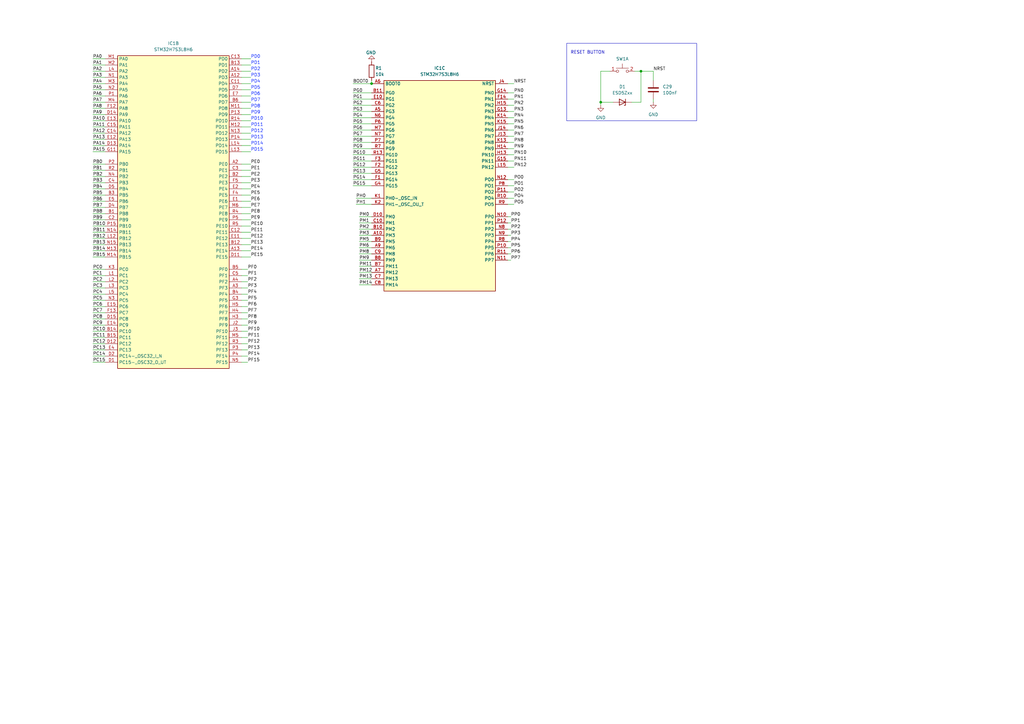
<source format=kicad_sch>
(kicad_sch (version 20231120) (generator "eeschema") (generator_version "8.0")
  (paper "A3")
  (lib_symbols
    (symbol "Device:C" (pin_numbers hide) (pin_names (offset 0.254))
      (property "Reference" "C" (at 0.635 2.54 0))
      (property "Value" "C" (at 0.635 -2.54 0))
      (symbol "C_1_1"
        (pin passive line (at 0 3.81 270) (length 2.794) (name "~") (number "1"))
        (pin passive line (at 0 -3.81 90) (length 2.794) (name "~") (number "2"))
      )
    )
    (symbol "Device:R" (pin_numbers hide) (pin_names (offset 0))
      (property "Reference" "R" (at 2.032 0 90))
      (property "Value" "R" (at 0 0 90))
      (symbol "R_1_1"
        (pin passive line (at 0 3.81 270) (length 1.27) (name "~") (number "1"))
        (pin passive line (at 0 -3.81 90) (length 1.27) (name "~") (number "2"))
      )
    )
    (symbol "Diode:ESD5Zxx" (pin_numbers hide) (pin_names hide)
      (property "Reference" "D" (at 0 2.54 0))
      (property "Value" "ESD5Zxx" (at 0 -2.54 0))
      (symbol "ESD5Zxx_1_1"
        (pin passive line (at -3.81 0 0) (length 2.54) (name "K") (number "1"))
        (pin passive line (at 3.81 0 180) (length 2.54) (name "A") (number "2"))
      )
    )
    (symbol "MCUdivisions:STM32H7S3L8H6"
      (property "Reference" "IC" (at 17.272 7.874 0))
      (property "Value" "STM32H7S3L8H6" (at 17.272 5.334 0))
      (symbol "STM32H7S3L8H6_1_1"
        (pin passive line (at 0 0 0) (length 5.08) (name "VSS_1") (number "A1"))
        (pin passive line (at 0 -5.08 0) (length 5.08) (name "VSS_3") (number "A11"))
        (pin passive line (at 0 -7.62 0) (length 5.08) (name "VSS_4") (number "A15"))
        (pin passive line (at 0 -2.54 0) (length 5.08) (name "VSS_2") (number "A8"))
        (pin passive line (at 0 -90.17 0) (length 5.08) (name "VBAT") (number "C1"))
        (pin passive line (at 0 -10.16 0) (length 5.08) (name "VSS_5") (number "D3"))
        (pin passive line (at 0 -12.7 0) (length 5.08) (name "VSS_6") (number "D6"))
        (pin passive line (at 0 -92.71 0) (length 5.08) (name "DVDD") (number "D8"))
        (pin passive line (at 0 -97.79 0) (length 5.08) (name "VDD50US_B") (number "D9"))
        (pin passive line (at 0 -15.24 0) (length 5.08) (name "VSS_7") (number "E3"))
        (pin passive line (at 55.88 -88.9 180) (length 5.08) (name "VCAP4") (number "E6"))
        (pin passive line (at 0 -100.33 0) (length 5.08) (name "VSSUSB") (number "E8"))
        (pin passive line (at 0 -17.78 0) (length 5.08) (name "VSS_8") (number "E9"))
        (pin passive line (at 55.88 -48.26 180) (length 5.08) (name "VDD_3") (number "F10"))
        (pin passive line (at 55.88 -86.36 180) (length 5.08) (name "VCAP3") (number "F11"))
        (pin passive line (at 0 -22.86 0) (length 5.08) (name "VSS_10") (number "F15"))
        (pin passive line (at 0 -20.32 0) (length 5.08) (name "VSS_9") (number "F6"))
        (pin passive line (at 55.88 -43.18 180) (length 5.08) (name "VDD_1") (number "F7"))
        (pin passive line (at 0 -102.87 0) (length 5.08) (name "VDD33US_B") (number "F8"))
        (pin passive line (at 55.88 -45.72 180) (length 5.08) (name "VDD_2") (number "F9"))
        (pin passive line (at 55.88 -69.85 180) (length 5.08) (name "VLXSMPS") (number "G1"))
        (pin passive line (at 0 -27.94 0) (length 5.08) (name "VSS_12") (number "G10"))
        (pin passive line (at 0 -30.48 0) (length 5.08) (name "VSS_13") (number "G12"))
        (pin passive line (at 55.88 -72.39 180) (length 5.08) (name "VFBSMP_S") (number "G2"))
        (pin passive line (at 55.88 -50.8 180) (length 5.08) (name "VDD_4") (number "G6"))
        (pin passive line (at 55.88 -25.4 180) (length 5.08) (name "VDDLDO_1") (number "G7"))
        (pin passive line (at 0 -25.4 0) (length 5.08) (name "VSS_11") (number "G8"))
        (pin passive line (at 55.88 -27.94 180) (length 5.08) (name "VDDLDO_2") (number "G9"))
        (pin passive line (at 55.88 -74.93 180) (length 5.08) (name "VDDSMP_S") (number "H1"))
        (pin passive line (at 55.88 -55.88 180) (length 5.08) (name "VDD_6") (number "H10"))
        (pin passive line (at 0 -40.64 0) (length 5.08) (name "VSS_17") (number "H11"))
        (pin passive line (at 55.88 -15.24 180) (length 5.08) (name "VDDXSPI_2_1") (number "H12"))
        (pin passive line (at 55.88 -77.47 180) (length 5.08) (name "VSSSMP_S") (number "H2"))
        (pin passive line (at 55.88 -53.34 180) (length 5.08) (name "VDD_5") (number "H6"))
        (pin passive line (at 0 -33.02 0) (length 5.08) (name "VSS_14") (number "H7"))
        (pin passive line (at 0 -35.56 0) (length 5.08) (name "VSS_15") (number "H8"))
        (pin passive line (at 0 -38.1 0) (length 5.08) (name "VSS_16") (number "H9"))
        (pin passive line (at 0 -43.18 0) (length 5.08) (name "VSS_18") (number "J1"))
        (pin passive line (at 0 -48.26 0) (length 5.08) (name "VSS_20") (number "J10"))
        (pin passive line (at 55.88 -17.78 180) (length 5.08) (name "VDDXSPI_2_2") (number "J11"))
        (pin passive line (at 0 -50.8 0) (length 5.08) (name "VSS_21") (number "J12"))
        (pin passive line (at 0 -53.34 0) (length 5.08) (name "VSS_22") (number "J15"))
        (pin passive line (at 55.88 0 180) (length 5.08) (name "VSSA") (number "J5"))
        (pin passive line (at 55.88 -2.54 180) (length 5.08) (name "VDDA") (number "J6"))
        (pin passive line (at 55.88 -30.48 180) (length 5.08) (name "VDDLDO_3") (number "J7"))
        (pin passive line (at 0 -45.72 0) (length 5.08) (name "VSS_19") (number "J8"))
        (pin passive line (at 55.88 -33.02 180) (length 5.08) (name "VDDLDO_4") (number "J9"))
        (pin passive line (at 55.88 -63.5 180) (length 5.08) (name "VDD_9") (number "K10"))
        (pin passive line (at 55.88 -83.82 180) (length 5.08) (name "VCAP2") (number "K11"))
        (pin passive line (at 55.88 -20.32 180) (length 5.08) (name "VDDXSPI_2_3") (number "K12"))
        (pin passive line (at 55.88 -36.83 180) (length 5.08) (name "VREFM") (number "K4"))
        (pin passive line (at 55.88 -39.37 180) (length 5.08) (name "VREFP") (number "K5"))
        (pin passive line (at 55.88 -58.42 180) (length 5.08) (name "VDD_7") (number "K6"))
        (pin passive line (at 0 -55.88 0) (length 5.08) (name "VSS_23") (number "K7"))
        (pin passive line (at 55.88 -60.96 180) (length 5.08) (name "VDD_8") (number "K8"))
        (pin passive line (at 0 -58.42 0) (length 5.08) (name "VSS_24") (number "K9"))
        (pin passive line (at 55.88 -10.16 180) (length 5.08) (name "VDDXSPI_1_2") (number "L10"))
        (pin passive line (at 0 -63.5 0) (length 5.08) (name "VSS_26") (number "L11"))
        (pin passive line (at 0 -60.96 0) (length 5.08) (name "VSS_25") (number "L6"))
        (pin passive line (at 55.88 -81.28 180) (length 5.08) (name "VCAP1") (number "L7"))
        (pin passive line (at 55.88 -7.62 180) (length 5.08) (name "VDDXSPI_1_1") (number "L8"))
        (pin passive line (at 55.88 -66.04 180) (length 5.08) (name "VDD_10") (number "L9"))
        (pin passive line (at 55.88 -12.7 180) (length 5.08) (name "VDDXSPI_1_3") (number "M10"))
        (pin passive line (at 0 -71.12 0) (length 5.08) (name "VSS_29") (number "M15"))
        (pin passive line (at 0 -66.04 0) (length 5.08) (name "VSS_27") (number "M8"))
        (pin passive line (at 0 -68.58 0) (length 5.08) (name "VSS_28") (number "M9"))
        (pin passive line (at 0 -73.66 0) (length 5.08) (name "VSS_30") (number "P9"))
        (pin passive line (at 0 -76.2 0) (length 5.08) (name "VSS_31") (number "R1"))
        (pin passive line (at 0 -81.28 0) (length 5.08) (name "VSS_33") (number "R12"))
        (pin passive line (at 0 -83.82 0) (length 5.08) (name "VSS_34") (number "R15"))
        (pin passive line (at 0 -78.74 0) (length 5.08) (name "VSS_32") (number "R6"))
      )
      (symbol "STM32H7S3L8H6_2_1"
        (pin passive line (at 55.88 106.68 180) (length 5.08) (name "PD3") (number "A12"))
        (pin passive line (at 55.88 35.56 180) (length 5.08) (name "PE14") (number "A13"))
        (pin passive line (at 55.88 109.22 180) (length 5.08) (name "PD2") (number "A14"))
        (pin passive line (at 55.88 71.12 180) (length 5.08) (name "PE0") (number "A2"))
        (pin passive line (at 55.88 20.32 180) (length 5.08) (name "PF3") (number "A3"))
        (pin passive line (at 55.88 22.86 180) (length 5.08) (name "PF2") (number "A4"))
        (pin passive line (at 0 50.8 0) (length 5.08) (name "PB8") (number "B1"))
        (pin passive line (at 55.88 38.1 180) (length 5.08) (name "PE13") (number "B12"))
        (pin passive line (at 55.88 111.76 180) (length 5.08) (name "PD1") (number "B13"))
        (pin passive line (at 0 2.54 0) (length 5.08) (name "PC10") (number "B14"))
        (pin passive line (at 0 0 0) (length 5.08) (name "PC11") (number "B15"))
        (pin passive line (at 55.88 66.04 180) (length 5.08) (name "PE2") (number "B2"))
        (pin passive line (at 0 58.42 0) (length 5.08) (name "PB5") (number "B3"))
        (pin passive line (at 55.88 17.78 180) (length 5.08) (name "PF4") (number "B4"))
        (pin passive line (at 55.88 27.94 180) (length 5.08) (name "PF0") (number "B5"))
        (pin passive line (at 55.88 96.52 180) (length 5.08) (name "PD7") (number "B6"))
        (pin passive line (at 55.88 104.14 180) (length 5.08) (name "PD4") (number "C11"))
        (pin passive line (at 55.88 43.18 180) (length 5.08) (name "PE11") (number "C12"))
        (pin passive line (at 55.88 114.3 180) (length 5.08) (name "PD0") (number "C13"))
        (pin passive line (at 0 83.82 0) (length 5.08) (name "PA12") (number "C14"))
        (pin passive line (at 0 86.36 0) (length 5.08) (name "PA11") (number "C15"))
        (pin passive line (at 0 48.26 0) (length 5.08) (name "PB9") (number "C2"))
        (pin passive line (at 55.88 68.58 180) (length 5.08) (name "PE1") (number "C3"))
        (pin passive line (at 0 63.5 0) (length 5.08) (name "PB3") (number "C4"))
        (pin passive line (at 55.88 25.4 180) (length 5.08) (name "PF1") (number "C5"))
        (pin passive line (at 0 -10.16 0) (length 5.08) (name "PC15-_OSC32_O_UT") (number "D1"))
        (pin passive line (at 55.88 33.02 180) (length 5.08) (name "PE15") (number "D11"))
        (pin passive line (at 0 -2.54 0) (length 5.08) (name "PC12") (number "D12"))
        (pin passive line (at 0 78.74 0) (length 5.08) (name "PA14") (number "D13"))
        (pin passive line (at 0 91.44 0) (length 5.08) (name "PA9") (number "D14"))
        (pin passive line (at 0 7.62 0) (length 5.08) (name "PC8") (number "D15"))
        (pin passive line (at 0 -7.62 0) (length 5.08) (name "PC14-_OSC32_I_N") (number "D2"))
        (pin passive line (at 0 53.34 0) (length 5.08) (name "PB7") (number "D4"))
        (pin passive line (at 0 60.96 0) (length 5.08) (name "PB4") (number "D5"))
        (pin passive line (at 55.88 101.6 180) (length 5.08) (name "PD5") (number "D7"))
        (pin passive line (at 55.88 55.88 180) (length 5.08) (name "PE6") (number "E1"))
        (pin passive line (at 55.88 40.64 180) (length 5.08) (name "PE12") (number "E11"))
        (pin passive line (at 0 81.28 0) (length 5.08) (name "PA13") (number "E12"))
        (pin passive line (at 0 88.9 0) (length 5.08) (name "PA10") (number "E13"))
        (pin passive line (at 0 5.08 0) (length 5.08) (name "PC9") (number "E14"))
        (pin passive line (at 0 12.7 0) (length 5.08) (name "PC6") (number "E15"))
        (pin passive line (at 55.88 60.96 180) (length 5.08) (name "PE4") (number "E2"))
        (pin passive line (at 0 -5.08 0) (length 5.08) (name "PC13") (number "E4"))
        (pin passive line (at 0 55.88 0) (length 5.08) (name "PB6") (number "E5"))
        (pin passive line (at 55.88 99.06 180) (length 5.08) (name "PD6") (number "E7"))
        (pin passive line (at 0 93.98 0) (length 5.08) (name "PA8") (number "F12"))
        (pin passive line (at 0 10.16 0) (length 5.08) (name "PC7") (number "F13"))
        (pin passive line (at 55.88 58.42 180) (length 5.08) (name "PE5") (number "F4"))
        (pin passive line (at 55.88 63.5 180) (length 5.08) (name "PE3") (number "F5"))
        (pin passive line (at 0 76.2 0) (length 5.08) (name "PA15") (number "G11"))
        (pin passive line (at 55.88 15.24 180) (length 5.08) (name "PF5") (number "G3"))
        (pin passive line (at 55.88 7.62 180) (length 5.08) (name "PF8") (number "H3"))
        (pin passive line (at 55.88 10.16 180) (length 5.08) (name "PF7") (number "H4"))
        (pin passive line (at 55.88 12.7 180) (length 5.08) (name "PF6") (number "H5"))
        (pin passive line (at 55.88 5.08 180) (length 5.08) (name "PF9") (number "J2"))
        (pin passive line (at 57.15 2.54 180) (length 5.08) (name "PF10") (number "J3"))
        (pin passive line (at 0 27.94 0) (length 5.08) (name "PC0") (number "K3"))
        (pin passive line (at 0 25.4 0) (length 5.08) (name "PC1") (number "L1"))
        (pin passive line (at 0 40.64 0) (length 5.08) (name "PB12") (number "L12"))
        (pin passive line (at 55.88 76.2 180) (length 5.08) (name "PD15") (number "L13"))
        (pin passive line (at 55.88 78.74 180) (length 5.08) (name "PD14") (number "L14"))
        (pin passive line (at 0 22.86 0) (length 5.08) (name "PC2") (number "L2"))
        (pin passive line (at 0 20.32 0) (length 5.08) (name "PC3") (number "L3"))
        (pin passive line (at 0 109.22 0) (length 5.08) (name "PA2") (number "L4"))
        (pin passive line (at 0 17.78 0) (length 5.08) (name "PC4") (number "L5"))
        (pin passive line (at 0 114.3 0) (length 5.08) (name "PA0") (number "M1"))
        (pin passive line (at 55.88 93.98 180) (length 5.08) (name "PD8") (number "M11"))
        (pin passive line (at 55.88 86.36 180) (length 5.08) (name "PD11") (number "M12"))
        (pin passive line (at 0 35.56 0) (length 5.08) (name "PB14") (number "M13"))
        (pin passive line (at 0 33.02 0) (length 5.08) (name "PB15") (number "M14"))
        (pin passive line (at 0 111.76 0) (length 5.08) (name "PA1") (number "M2"))
        (pin passive line (at 0 104.14 0) (length 5.08) (name "PA4") (number "M3"))
        (pin passive line (at 0 96.52 0) (length 5.08) (name "PA7") (number "M4"))
        (pin passive line (at 57.15 0 180) (length 5.08) (name "PF11") (number "M5"))
        (pin passive line (at 55.88 53.34 180) (length 5.08) (name "PE7") (number "M6"))
        (pin passive line (at 0 106.68 0) (length 5.08) (name "PA3") (number "N1"))
        (pin passive line (at 55.88 83.82 180) (length 5.08) (name "PD12") (number "N13"))
        (pin passive line (at 0 43.18 0) (length 5.08) (name "PB11") (number "N14"))
        (pin passive line (at 0 38.1 0) (length 5.08) (name "PB13") (number "N15"))
        (pin passive line (at 0 101.6 0) (length 5.08) (name "PA5") (number "N2"))
        (pin passive line (at 0 15.24 0) (length 5.08) (name "PC5") (number "N3"))
        (pin passive line (at 0 66.04 0) (length 5.08) (name "PB2") (number "N4"))
        (pin passive line (at 57.15 -10.16 180) (length 5.08) (name "PF15") (number "N5"))
        (pin passive line (at 0 99.06 0) (length 5.08) (name "PA6") (number "P1"))
        (pin passive line (at 55.88 91.44 180) (length 5.08) (name "PD9") (number "P13"))
        (pin passive line (at 55.88 81.28 180) (length 5.08) (name "PD13") (number "P14"))
        (pin passive line (at 0 45.72 0) (length 5.08) (name "PB10") (number "P15"))
        (pin passive line (at 0 71.12 0) (length 5.08) (name "PB0") (number "P2"))
        (pin passive line (at 57.15 -5.08 180) (length 5.08) (name "PF13") (number "P3"))
        (pin passive line (at 57.15 -7.62 180) (length 5.08) (name "PF14") (number "P4"))
        (pin passive line (at 55.88 48.26 180) (length 5.08) (name "PE9") (number "P5"))
        (pin passive line (at 55.88 88.9 180) (length 5.08) (name "PD10") (number "R14"))
        (pin passive line (at 0 68.58 0) (length 5.08) (name "PB1") (number "R2"))
        (pin passive line (at 57.15 -2.54 180) (length 5.08) (name "PF12") (number "R3"))
        (pin passive line (at 55.88 50.8 180) (length 5.08) (name "PE8") (number "R4"))
        (pin passive line (at 55.88 45.72 180) (length 5.08) (name "PE10") (number "R5"))
      )
      (symbol "STM32H7S3L8H6_3_1"
        (pin passive line (at 0 -60.96 0) (length 5.08) (name "PM3") (number "A10"))
        (pin passive line (at 0 -10.16 0) (length 5.08) (name "PG3") (number "A5"))
        (pin passive line (at 0 1.27 0) (length 5.08) (name "BOOT0") (number "A6"))
        (pin passive line (at 0 -76.2 0) (length 5.08) (name "PM12") (number "A7"))
        (pin passive line (at 0 -66.04 0) (length 5.08) (name "PM6") (number "A9"))
        (pin passive line (at 0 -58.42 0) (length 5.08) (name "PM2") (number "B10"))
        (pin passive line (at 0 -2.54 0) (length 5.08) (name "PG0") (number "B11"))
        (pin passive line (at 0 -73.66 0) (length 5.08) (name "PM11") (number "B7"))
        (pin passive line (at 0 -71.12 0) (length 5.08) (name "PM9") (number "B8"))
        (pin passive line (at 0 -63.5 0) (length 5.08) (name "PM5") (number "B9"))
        (pin passive line (at 0 -55.88 0) (length 5.08) (name "PM1") (number "C10"))
        (pin passive line (at 0 -7.62 0) (length 5.08) (name "PG2") (number "C6"))
        (pin passive line (at 0 -78.74 0) (length 5.08) (name "PM13") (number "C7"))
        (pin passive line (at 0 -81.28 0) (length 5.08) (name "PM14") (number "C8"))
        (pin passive line (at 0 -68.58 0) (length 5.08) (name "PM8") (number "C9"))
        (pin passive line (at 0 -53.34 0) (length 5.08) (name "PM0") (number "D10"))
        (pin passive line (at 0 -5.08 0) (length 5.08) (name "PG1") (number "E10"))
        (pin passive line (at 0 -38.1 0) (length 5.08) (name "PG14") (number "F1"))
        (pin passive line (at 55.88 -5.08 180) (length 5.08) (name "PN1") (number "F14"))
        (pin passive line (at 0 -33.02 0) (length 5.08) (name "PG12") (number "F2"))
        (pin passive line (at 0 -30.48 0) (length 5.08) (name "PG11") (number "F3"))
        (pin passive line (at 55.88 -10.16 180) (length 5.08) (name "PN3") (number "G13"))
        (pin passive line (at 55.88 -2.54 180) (length 5.08) (name "PN0") (number "G14"))
        (pin passive line (at 55.88 -30.48 180) (length 5.08) (name "PN11") (number "G15"))
        (pin passive line (at 0 -40.64 0) (length 5.08) (name "PG15") (number "G4"))
        (pin passive line (at 0 -35.56 0) (length 5.08) (name "PG13") (number "G5"))
        (pin passive line (at 55.88 -27.94 180) (length 5.08) (name "PN10") (number "H13"))
        (pin passive line (at 55.88 -25.4 180) (length 5.08) (name "PN9") (number "H14"))
        (pin passive line (at 55.88 -7.62 180) (length 5.08) (name "PN2") (number "H15"))
        (pin passive line (at 55.88 -20.32 180) (length 5.08) (name "PN7") (number "J13"))
        (pin passive line (at 55.88 -17.78 180) (length 5.08) (name "PN6") (number "J14"))
        (pin passive line (at 55.88 1.27 180) (length 5.08) (name "NRST") (number "J4"))
        (pin passive line (at 0 -45.72 0) (length 5.08) (name "PH0-_OSC_IN") (number "K1"))
        (pin passive line (at 55.88 -22.86 180) (length 5.08) (name "PN8") (number "K13"))
        (pin passive line (at 55.88 -12.7 180) (length 5.08) (name "PN4") (number "K14"))
        (pin passive line (at 55.88 -15.24 180) (length 5.08) (name "PN5") (number "K15"))
        (pin passive line (at 0 -48.26 0) (length 5.08) (name "PH1-_OSC_OU_T") (number "K2"))
        (pin passive line (at 55.88 -33.02 180) (length 5.08) (name "PN12") (number "L15"))
        (pin passive line (at 0 -17.78 0) (length 5.08) (name "PG6") (number "M7"))
        (pin passive line (at 55.88 -53.34 180) (length 5.08) (name "PP0") (number "N10"))
        (pin passive line (at 55.88 -71.12 180) (length 5.08) (name "PP7") (number "N11"))
        (pin passive line (at 55.88 -38.1 180) (length 5.08) (name "PO0") (number "N12"))
        (pin passive line (at 0 -12.7 0) (length 5.08) (name "PG4") (number "N6"))
        (pin passive line (at 0 -20.32 0) (length 5.08) (name "PG7") (number "N7"))
        (pin passive line (at 55.88 -58.42 180) (length 5.08) (name "PP2") (number "N8"))
        (pin passive line (at 55.88 -60.96 180) (length 5.08) (name "PP3") (number "N9"))
        (pin passive line (at 55.88 -66.04 180) (length 5.08) (name "PP5") (number "P10"))
        (pin passive line (at 55.88 -43.18 180) (length 5.08) (name "PO2") (number "P11"))
        (pin passive line (at 55.88 -55.88 180) (length 5.08) (name "PP1") (number "P12"))
        (pin passive line (at 0 -15.24 0) (length 5.08) (name "PG5") (number "P6"))
        (pin passive line (at 0 -22.86 0) (length 5.08) (name "PG8") (number "P7"))
        (pin passive line (at 55.88 -40.64 180) (length 5.08) (name "PO1") (number "P8"))
        (pin passive line (at 55.88 -45.72 180) (length 5.08) (name "PO4") (number "R10"))
        (pin passive line (at 55.88 -68.58 180) (length 5.08) (name "PP6") (number "R11"))
        (pin passive line (at 0 -27.94 0) (length 5.08) (name "PG10") (number "R13"))
        (pin passive line (at 0 -25.4 0) (length 5.08) (name "PG9") (number "R7"))
        (pin passive line (at 55.88 -63.5 180) (length 5.08) (name "PP4") (number "R8"))
        (pin passive line (at 55.88 -48.26 180) (length 5.08) (name "PO5") (number "R9"))
      )
    )
    (symbol "STM32H7S3L8H6_1"
      (property "Reference" "IC" (at 17.272 7.874 0))
      (property "Value" "STM32H7S3L8H6" (at 17.272 5.334 0))
      (symbol "STM32H7S3L8H6_1_1_1"
        (pin passive line (at 0 0 0) (length 5.08) (name "VSS_1") (number "A1"))
        (pin passive line (at 0 -5.08 0) (length 5.08) (name "VSS_3") (number "A11"))
        (pin passive line (at 0 -7.62 0) (length 5.08) (name "VSS_4") (number "A15"))
        (pin passive line (at 0 -2.54 0) (length 5.08) (name "VSS_2") (number "A8"))
        (pin passive line (at 0 -90.17 0) (length 5.08) (name "VBAT") (number "C1"))
        (pin passive line (at 0 -10.16 0) (length 5.08) (name "VSS_5") (number "D3"))
        (pin passive line (at 0 -12.7 0) (length 5.08) (name "VSS_6") (number "D6"))
        (pin passive line (at 0 -92.71 0) (length 5.08) (name "DVDD") (number "D8"))
        (pin passive line (at 0 -97.79 0) (length 5.08) (name "VDD50US_B") (number "D9"))
        (pin passive line (at 0 -15.24 0) (length 5.08) (name "VSS_7") (number "E3"))
        (pin passive line (at 55.88 -88.9 180) (length 5.08) (name "VCAP4") (number "E6"))
        (pin passive line (at 0 -100.33 0) (length 5.08) (name "VSSUSB") (number "E8"))
        (pin passive line (at 0 -17.78 0) (length 5.08) (name "VSS_8") (number "E9"))
        (pin passive line (at 55.88 -48.26 180) (length 5.08) (name "VDD_3") (number "F10"))
        (pin passive line (at 55.88 -86.36 180) (length 5.08) (name "VCAP3") (number "F11"))
        (pin passive line (at 0 -22.86 0) (length 5.08) (name "VSS_10") (number "F15"))
        (pin passive line (at 0 -20.32 0) (length 5.08) (name "VSS_9") (number "F6"))
        (pin passive line (at 55.88 -43.18 180) (length 5.08) (name "VDD_1") (number "F7"))
        (pin passive line (at 0 -102.87 0) (length 5.08) (name "VDD33US_B") (number "F8"))
        (pin passive line (at 55.88 -45.72 180) (length 5.08) (name "VDD_2") (number "F9"))
        (pin passive line (at 55.88 -69.85 180) (length 5.08) (name "VLXSMPS") (number "G1"))
        (pin passive line (at 0 -27.94 0) (length 5.08) (name "VSS_12") (number "G10"))
        (pin passive line (at 0 -30.48 0) (length 5.08) (name "VSS_13") (number "G12"))
        (pin passive line (at 55.88 -72.39 180) (length 5.08) (name "VFBSMP_S") (number "G2"))
        (pin passive line (at 55.88 -50.8 180) (length 5.08) (name "VDD_4") (number "G6"))
        (pin passive line (at 55.88 -25.4 180) (length 5.08) (name "VDDLDO_1") (number "G7"))
        (pin passive line (at 0 -25.4 0) (length 5.08) (name "VSS_11") (number "G8"))
        (pin passive line (at 55.88 -27.94 180) (length 5.08) (name "VDDLDO_2") (number "G9"))
        (pin passive line (at 55.88 -74.93 180) (length 5.08) (name "VDDSMP_S") (number "H1"))
        (pin passive line (at 55.88 -55.88 180) (length 5.08) (name "VDD_6") (number "H10"))
        (pin passive line (at 0 -40.64 0) (length 5.08) (name "VSS_17") (number "H11"))
        (pin passive line (at 55.88 -15.24 180) (length 5.08) (name "VDDXSPI_2_1") (number "H12"))
        (pin passive line (at 55.88 -77.47 180) (length 5.08) (name "VSSSMP_S") (number "H2"))
        (pin passive line (at 55.88 -53.34 180) (length 5.08) (name "VDD_5") (number "H6"))
        (pin passive line (at 0 -33.02 0) (length 5.08) (name "VSS_14") (number "H7"))
        (pin passive line (at 0 -35.56 0) (length 5.08) (name "VSS_15") (number "H8"))
        (pin passive line (at 0 -38.1 0) (length 5.08) (name "VSS_16") (number "H9"))
        (pin passive line (at 0 -43.18 0) (length 5.08) (name "VSS_18") (number "J1"))
        (pin passive line (at 0 -48.26 0) (length 5.08) (name "VSS_20") (number "J10"))
        (pin passive line (at 55.88 -17.78 180) (length 5.08) (name "VDDXSPI_2_2") (number "J11"))
        (pin passive line (at 0 -50.8 0) (length 5.08) (name "VSS_21") (number "J12"))
        (pin passive line (at 0 -53.34 0) (length 5.08) (name "VSS_22") (number "J15"))
        (pin passive line (at 55.88 0 180) (length 5.08) (name "VSSA") (number "J5"))
        (pin passive line (at 55.88 -2.54 180) (length 5.08) (name "VDDA") (number "J6"))
        (pin passive line (at 55.88 -30.48 180) (length 5.08) (name "VDDLDO_3") (number "J7"))
        (pin passive line (at 0 -45.72 0) (length 5.08) (name "VSS_19") (number "J8"))
        (pin passive line (at 55.88 -33.02 180) (length 5.08) (name "VDDLDO_4") (number "J9"))
        (pin passive line (at 55.88 -63.5 180) (length 5.08) (name "VDD_9") (number "K10"))
        (pin passive line (at 55.88 -83.82 180) (length 5.08) (name "VCAP2") (number "K11"))
        (pin passive line (at 55.88 -20.32 180) (length 5.08) (name "VDDXSPI_2_3") (number "K12"))
        (pin passive line (at 55.88 -36.83 180) (length 5.08) (name "VREFM") (number "K4"))
        (pin passive line (at 55.88 -39.37 180) (length 5.08) (name "VREFP") (number "K5"))
        (pin passive line (at 55.88 -58.42 180) (length 5.08) (name "VDD_7") (number "K6"))
        (pin passive line (at 0 -55.88 0) (length 5.08) (name "VSS_23") (number "K7"))
        (pin passive line (at 55.88 -60.96 180) (length 5.08) (name "VDD_8") (number "K8"))
        (pin passive line (at 0 -58.42 0) (length 5.08) (name "VSS_24") (number "K9"))
        (pin passive line (at 55.88 -10.16 180) (length 5.08) (name "VDDXSPI_1_2") (number "L10"))
        (pin passive line (at 0 -63.5 0) (length 5.08) (name "VSS_26") (number "L11"))
        (pin passive line (at 0 -60.96 0) (length 5.08) (name "VSS_25") (number "L6"))
        (pin passive line (at 55.88 -81.28 180) (length 5.08) (name "VCAP1") (number "L7"))
        (pin passive line (at 55.88 -7.62 180) (length 5.08) (name "VDDXSPI_1_1") (number "L8"))
        (pin passive line (at 55.88 -66.04 180) (length 5.08) (name "VDD_10") (number "L9"))
        (pin passive line (at 55.88 -12.7 180) (length 5.08) (name "VDDXSPI_1_3") (number "M10"))
        (pin passive line (at 0 -71.12 0) (length 5.08) (name "VSS_29") (number "M15"))
        (pin passive line (at 0 -66.04 0) (length 5.08) (name "VSS_27") (number "M8"))
        (pin passive line (at 0 -68.58 0) (length 5.08) (name "VSS_28") (number "M9"))
        (pin passive line (at 0 -73.66 0) (length 5.08) (name "VSS_30") (number "P9"))
        (pin passive line (at 0 -76.2 0) (length 5.08) (name "VSS_31") (number "R1"))
        (pin passive line (at 0 -81.28 0) (length 5.08) (name "VSS_33") (number "R12"))
        (pin passive line (at 0 -83.82 0) (length 5.08) (name "VSS_34") (number "R15"))
        (pin passive line (at 0 -78.74 0) (length 5.08) (name "VSS_32") (number "R6"))
      )
      (symbol "STM32H7S3L8H6_1_2_1"
        (pin passive line (at 55.88 106.68 180) (length 5.08) (name "PD3") (number "A12"))
        (pin passive line (at 55.88 35.56 180) (length 5.08) (name "PE14") (number "A13"))
        (pin passive line (at 55.88 109.22 180) (length 5.08) (name "PD2") (number "A14"))
        (pin passive line (at 55.88 71.12 180) (length 5.08) (name "PE0") (number "A2"))
        (pin passive line (at 55.88 20.32 180) (length 5.08) (name "PF3") (number "A3"))
        (pin passive line (at 55.88 22.86 180) (length 5.08) (name "PF2") (number "A4"))
        (pin passive line (at 0 50.8 0) (length 5.08) (name "PB8") (number "B1"))
        (pin passive line (at 55.88 38.1 180) (length 5.08) (name "PE13") (number "B12"))
        (pin passive line (at 55.88 111.76 180) (length 5.08) (name "PD1") (number "B13"))
        (pin passive line (at 0 2.54 0) (length 5.08) (name "PC10") (number "B14"))
        (pin passive line (at 0 0 0) (length 5.08) (name "PC11") (number "B15"))
        (pin passive line (at 55.88 66.04 180) (length 5.08) (name "PE2") (number "B2"))
        (pin passive line (at 0 58.42 0) (length 5.08) (name "PB5") (number "B3"))
        (pin passive line (at 55.88 17.78 180) (length 5.08) (name "PF4") (number "B4"))
        (pin passive line (at 55.88 27.94 180) (length 5.08) (name "PF0") (number "B5"))
        (pin passive line (at 55.88 96.52 180) (length 5.08) (name "PD7") (number "B6"))
        (pin passive line (at 55.88 104.14 180) (length 5.08) (name "PD4") (number "C11"))
        (pin passive line (at 55.88 43.18 180) (length 5.08) (name "PE11") (number "C12"))
        (pin passive line (at 55.88 114.3 180) (length 5.08) (name "PD0") (number "C13"))
        (pin passive line (at 0 83.82 0) (length 5.08) (name "PA12") (number "C14"))
        (pin passive line (at 0 86.36 0) (length 5.08) (name "PA11") (number "C15"))
        (pin passive line (at 0 48.26 0) (length 5.08) (name "PB9") (number "C2"))
        (pin passive line (at 55.88 68.58 180) (length 5.08) (name "PE1") (number "C3"))
        (pin passive line (at 0 63.5 0) (length 5.08) (name "PB3") (number "C4"))
        (pin passive line (at 55.88 25.4 180) (length 5.08) (name "PF1") (number "C5"))
        (pin passive line (at 0 -10.16 0) (length 5.08) (name "PC15-_OSC32_O_UT") (number "D1"))
        (pin passive line (at 55.88 33.02 180) (length 5.08) (name "PE15") (number "D11"))
        (pin passive line (at 0 -2.54 0) (length 5.08) (name "PC12") (number "D12"))
        (pin passive line (at 0 78.74 0) (length 5.08) (name "PA14") (number "D13"))
        (pin passive line (at 0 91.44 0) (length 5.08) (name "PA9") (number "D14"))
        (pin passive line (at 0 7.62 0) (length 5.08) (name "PC8") (number "D15"))
        (pin passive line (at 0 -7.62 0) (length 5.08) (name "PC14-_OSC32_I_N") (number "D2"))
        (pin passive line (at 0 53.34 0) (length 5.08) (name "PB7") (number "D4"))
        (pin passive line (at 0 60.96 0) (length 5.08) (name "PB4") (number "D5"))
        (pin passive line (at 55.88 101.6 180) (length 5.08) (name "PD5") (number "D7"))
        (pin passive line (at 55.88 55.88 180) (length 5.08) (name "PE6") (number "E1"))
        (pin passive line (at 55.88 40.64 180) (length 5.08) (name "PE12") (number "E11"))
        (pin passive line (at 0 81.28 0) (length 5.08) (name "PA13") (number "E12"))
        (pin passive line (at 0 88.9 0) (length 5.08) (name "PA10") (number "E13"))
        (pin passive line (at 0 5.08 0) (length 5.08) (name "PC9") (number "E14"))
        (pin passive line (at 0 12.7 0) (length 5.08) (name "PC6") (number "E15"))
        (pin passive line (at 55.88 60.96 180) (length 5.08) (name "PE4") (number "E2"))
        (pin passive line (at 0 -5.08 0) (length 5.08) (name "PC13") (number "E4"))
        (pin passive line (at 0 55.88 0) (length 5.08) (name "PB6") (number "E5"))
        (pin passive line (at 55.88 99.06 180) (length 5.08) (name "PD6") (number "E7"))
        (pin passive line (at 0 93.98 0) (length 5.08) (name "PA8") (number "F12"))
        (pin passive line (at 0 10.16 0) (length 5.08) (name "PC7") (number "F13"))
        (pin passive line (at 55.88 58.42 180) (length 5.08) (name "PE5") (number "F4"))
        (pin passive line (at 55.88 63.5 180) (length 5.08) (name "PE3") (number "F5"))
        (pin passive line (at 0 76.2 0) (length 5.08) (name "PA15") (number "G11"))
        (pin passive line (at 55.88 15.24 180) (length 5.08) (name "PF5") (number "G3"))
        (pin passive line (at 55.88 7.62 180) (length 5.08) (name "PF8") (number "H3"))
        (pin passive line (at 55.88 10.16 180) (length 5.08) (name "PF7") (number "H4"))
        (pin passive line (at 55.88 12.7 180) (length 5.08) (name "PF6") (number "H5"))
        (pin passive line (at 55.88 5.08 180) (length 5.08) (name "PF9") (number "J2"))
        (pin passive line (at 55.88 2.54 180) (length 5.08) (name "PF10") (number "J3"))
        (pin passive line (at 0 27.94 0) (length 5.08) (name "PC0") (number "K3"))
        (pin passive line (at 0 25.4 0) (length 5.08) (name "PC1") (number "L1"))
        (pin passive line (at 0 40.64 0) (length 5.08) (name "PB12") (number "L12"))
        (pin passive line (at 55.88 76.2 180) (length 5.08) (name "PD15") (number "L13"))
        (pin passive line (at 55.88 78.74 180) (length 5.08) (name "PD14") (number "L14"))
        (pin passive line (at 0 22.86 0) (length 5.08) (name "PC2") (number "L2"))
        (pin passive line (at 0 20.32 0) (length 5.08) (name "PC3") (number "L3"))
        (pin passive line (at 0 109.22 0) (length 5.08) (name "PA2") (number "L4"))
        (pin passive line (at 0 17.78 0) (length 5.08) (name "PC4") (number "L5"))
        (pin passive line (at 0 114.3 0) (length 5.08) (name "PA0") (number "M1"))
        (pin passive line (at 55.88 93.98 180) (length 5.08) (name "PD8") (number "M11"))
        (pin passive line (at 55.88 86.36 180) (length 5.08) (name "PD11") (number "M12"))
        (pin passive line (at 0 35.56 0) (length 5.08) (name "PB14") (number "M13"))
        (pin passive line (at 0 33.02 0) (length 5.08) (name "PB15") (number "M14"))
        (pin passive line (at 0 111.76 0) (length 5.08) (name "PA1") (number "M2"))
        (pin passive line (at 0 104.14 0) (length 5.08) (name "PA4") (number "M3"))
        (pin passive line (at 0 96.52 0) (length 5.08) (name "PA7") (number "M4"))
        (pin passive line (at 55.88 0 180) (length 5.08) (name "PF11") (number "M5"))
        (pin passive line (at 55.88 53.34 180) (length 5.08) (name "PE7") (number "M6"))
        (pin passive line (at 0 106.68 0) (length 5.08) (name "PA3") (number "N1"))
        (pin passive line (at 55.88 83.82 180) (length 5.08) (name "PD12") (number "N13"))
        (pin passive line (at 0 43.18 0) (length 5.08) (name "PB11") (number "N14"))
        (pin passive line (at 0 38.1 0) (length 5.08) (name "PB13") (number "N15"))
        (pin passive line (at 0 101.6 0) (length 5.08) (name "PA5") (number "N2"))
        (pin passive line (at 0 15.24 0) (length 5.08) (name "PC5") (number "N3"))
        (pin passive line (at 0 66.04 0) (length 5.08) (name "PB2") (number "N4"))
        (pin passive line (at 55.88 -10.16 180) (length 5.08) (name "PF15") (number "N5"))
        (pin passive line (at 0 99.06 0) (length 5.08) (name "PA6") (number "P1"))
        (pin passive line (at 55.88 91.44 180) (length 5.08) (name "PD9") (number "P13"))
        (pin passive line (at 55.88 81.28 180) (length 5.08) (name "PD13") (number "P14"))
        (pin passive line (at 0 45.72 0) (length 5.08) (name "PB10") (number "P15"))
        (pin passive line (at 0 71.12 0) (length 5.08) (name "PB0") (number "P2"))
        (pin passive line (at 55.88 -5.08 180) (length 5.08) (name "PF13") (number "P3"))
        (pin passive line (at 55.88 -7.62 180) (length 5.08) (name "PF14") (number "P4"))
        (pin passive line (at 55.88 48.26 180) (length 5.08) (name "PE9") (number "P5"))
        (pin passive line (at 55.88 88.9 180) (length 5.08) (name "PD10") (number "R14"))
        (pin passive line (at 0 68.58 0) (length 5.08) (name "PB1") (number "R2"))
        (pin passive line (at 55.88 -2.54 180) (length 5.08) (name "PF12") (number "R3"))
        (pin passive line (at 55.88 50.8 180) (length 5.08) (name "PE8") (number "R4"))
        (pin passive line (at 55.88 45.72 180) (length 5.08) (name "PE10") (number "R5"))
      )
      (symbol "STM32H7S3L8H6_1_3_1"
        (pin passive line (at 0 -60.96 0) (length 5.08) (name "PM3") (number "A10"))
        (pin passive line (at 0 -10.16 0) (length 5.08) (name "PG3") (number "A5"))
        (pin passive line (at 0 1.27 0) (length 5.08) (name "BOOT0") (number "A6"))
        (pin passive line (at 0 -76.2 0) (length 5.08) (name "PM12") (number "A7"))
        (pin passive line (at 0 -66.04 0) (length 5.08) (name "PM6") (number "A9"))
        (pin passive line (at 0 -58.42 0) (length 5.08) (name "PM2") (number "B10"))
        (pin passive line (at 0 -2.54 0) (length 5.08) (name "PG0") (number "B11"))
        (pin passive line (at 0 -73.66 0) (length 5.08) (name "PM11") (number "B7"))
        (pin passive line (at 0 -71.12 0) (length 5.08) (name "PM9") (number "B8"))
        (pin passive line (at 0 -63.5 0) (length 5.08) (name "PM5") (number "B9"))
        (pin passive line (at 0 -55.88 0) (length 5.08) (name "PM1") (number "C10"))
        (pin passive line (at 0 -7.62 0) (length 5.08) (name "PG2") (number "C6"))
        (pin passive line (at 0 -78.74 0) (length 5.08) (name "PM13") (number "C7"))
        (pin passive line (at 0 -81.28 0) (length 5.08) (name "PM14") (number "C8"))
        (pin passive line (at 0 -68.58 0) (length 5.08) (name "PM8") (number "C9"))
        (pin passive line (at 0 -53.34 0) (length 5.08) (name "PM0") (number "D10"))
        (pin passive line (at 0 -5.08 0) (length 5.08) (name "PG1") (number "E10"))
        (pin passive line (at 0 -38.1 0) (length 5.08) (name "PG14") (number "F1"))
        (pin passive line (at 55.88 -5.08 180) (length 5.08) (name "PN1") (number "F14"))
        (pin passive line (at 0 -33.02 0) (length 5.08) (name "PG12") (number "F2"))
        (pin passive line (at 0 -30.48 0) (length 5.08) (name "PG11") (number "F3"))
        (pin passive line (at 55.88 -10.16 180) (length 5.08) (name "PN3") (number "G13"))
        (pin passive line (at 55.88 -2.54 180) (length 5.08) (name "PN0") (number "G14"))
        (pin passive line (at 55.88 -30.48 180) (length 5.08) (name "PN11") (number "G15"))
        (pin passive line (at 0 -40.64 0) (length 5.08) (name "PG15") (number "G4"))
        (pin passive line (at 0 -35.56 0) (length 5.08) (name "PG13") (number "G5"))
        (pin passive line (at 55.88 -27.94 180) (length 5.08) (name "PN10") (number "H13"))
        (pin passive line (at 55.88 -25.4 180) (length 5.08) (name "PN9") (number "H14"))
        (pin passive line (at 55.88 -7.62 180) (length 5.08) (name "PN2") (number "H15"))
        (pin passive line (at 55.88 -20.32 180) (length 5.08) (name "PN7") (number "J13"))
        (pin passive line (at 55.88 -17.78 180) (length 5.08) (name "PN6") (number "J14"))
        (pin passive line (at 55.88 1.27 180) (length 5.08) (name "NRST") (number "J4"))
        (pin passive line (at 0 -45.72 0) (length 5.08) (name "PH0-_OSC_IN") (number "K1"))
        (pin passive line (at 55.88 -22.86 180) (length 5.08) (name "PN8") (number "K13"))
        (pin passive line (at 55.88 -12.7 180) (length 5.08) (name "PN4") (number "K14"))
        (pin passive line (at 55.88 -15.24 180) (length 5.08) (name "PN5") (number "K15"))
        (pin passive line (at 0 -48.26 0) (length 5.08) (name "PH1-_OSC_OU_T") (number "K2"))
        (pin passive line (at 55.88 -33.02 180) (length 5.08) (name "PN12") (number "L15"))
        (pin passive line (at 0 -17.78 0) (length 5.08) (name "PG6") (number "M7"))
        (pin passive line (at 55.88 -53.34 180) (length 5.08) (name "PP0") (number "N10"))
        (pin passive line (at 55.88 -71.12 180) (length 5.08) (name "PP7") (number "N11"))
        (pin passive line (at 55.88 -38.1 180) (length 5.08) (name "PO0") (number "N12"))
        (pin passive line (at 0 -12.7 0) (length 5.08) (name "PG4") (number "N6"))
        (pin passive line (at 0 -20.32 0) (length 5.08) (name "PG7") (number "N7"))
        (pin passive line (at 55.88 -58.42 180) (length 5.08) (name "PP2") (number "N8"))
        (pin passive line (at 55.88 -60.96 180) (length 5.08) (name "PP3") (number "N9"))
        (pin passive line (at 55.88 -66.04 180) (length 5.08) (name "PP5") (number "P10"))
        (pin passive line (at 55.88 -43.18 180) (length 5.08) (name "PO2") (number "P11"))
        (pin passive line (at 55.88 -55.88 180) (length 5.08) (name "PP1") (number "P12"))
        (pin passive line (at 0 -15.24 0) (length 5.08) (name "PG5") (number "P6"))
        (pin passive line (at 0 -22.86 0) (length 5.08) (name "PG8") (number "P7"))
        (pin passive line (at 55.88 -40.64 180) (length 5.08) (name "PO1") (number "P8"))
        (pin passive line (at 55.88 -45.72 180) (length 5.08) (name "PO4") (number "R10"))
        (pin passive line (at 55.88 -68.58 180) (length 5.08) (name "PP6") (number "R11"))
        (pin passive line (at 0 -27.94 0) (length 5.08) (name "PG10") (number "R13"))
        (pin passive line (at 0 -25.4 0) (length 5.08) (name "PG9") (number "R7"))
        (pin passive line (at 55.88 -63.5 180) (length 5.08) (name "PP4") (number "R8"))
        (pin passive line (at 55.88 -48.26 180) (length 5.08) (name "PO5") (number "R9"))
      )
    )
    (symbol "Switch:SW_Push_Dual_x2" (pin_names (offset 1.016) hide)
      (property "Reference" "SW" (at 1.27 2.54 0))
      (property "Value" "SW_Push_Dual_x2" (at 0 -1.524 0))
      (symbol "SW_Push_Dual_x2_1_1"
        (pin passive line (at -5.08 0 0) (length 2.54) (name "C") (number "1"))
        (pin passive line (at 5.08 0 180) (length 2.54) (name "D") (number "2"))
      )
      (symbol "SW_Push_Dual_x2_2_1"
        (pin passive line (at -5.08 0 0) (length 2.54) (name "C") (number "3"))
        (pin passive line (at 5.08 0 180) (length 2.54) (name "D") (number "4"))
      )
    )
    (symbol "power:GND" (power) (pin_numbers hide) (pin_names (offset 0) hide)
      (property "Value" "GND" (at 0 -3.81 0))
      (symbol "GND_1_1"
        (pin power_in line (at 0 0 270) (length 0) (name "~") (number "1"))
      )
    )
  )
  (junction (at 152.4 34.29))
  (junction (at 262.89 29.21))
  (junction (at 246.38 41.91))
  (wire (pts (xy 102.87 54.61) (xy 99.06 54.61)))
  (wire (pts (xy 102.87 92.71) (xy 99.06 92.71)))
  (wire (pts (xy 38.1 95.25) (xy 43.18 95.25)))
  (wire (pts (xy 209.55 91.44) (xy 208.28 91.44)))
  (wire (pts (xy 246.38 41.91) (xy 251.46 41.91)))
  (wire (pts (xy 38.1 125.73) (xy 43.18 125.73)))
  (wire (pts (xy 102.87 31.75) (xy 99.06 31.75)))
  (wire (pts (xy 38.1 100.33) (xy 43.18 100.33)))
  (wire (pts (xy 38.1 128.27) (xy 43.18 128.27)))
  (wire (pts (xy 147.32 109.22) (xy 152.4 109.22)))
  (wire (pts (xy 101.6 138.43) (xy 99.06 138.43)))
  (wire (pts (xy 101.6 115.57) (xy 99.06 115.57)))
  (wire (pts (xy 210.82 63.5) (xy 208.28 63.5)))
  (wire (pts (xy 102.87 49.53) (xy 99.06 49.53)))
  (wire (pts (xy 102.87 85.09) (xy 99.06 85.09)))
  (wire (pts (xy 38.1 59.69) (xy 43.18 59.69)))
  (wire (pts (xy 38.1 29.21) (xy 43.18 29.21)))
  (wire (pts (xy 144.78 73.66) (xy 152.4 73.66)))
  (wire (pts (xy 144.78 58.42) (xy 152.4 58.42)))
  (wire (pts (xy 102.87 82.55) (xy 99.06 82.55)))
  (wire (pts (xy 38.1 82.55) (xy 43.18 82.55)))
  (wire (pts (xy 144.78 45.72) (xy 152.4 45.72)))
  (wire (pts (xy 38.1 44.45) (xy 43.18 44.45)))
  (wire (pts (xy 144.78 48.26) (xy 152.4 48.26)))
  (wire (pts (xy 38.1 57.15) (xy 43.18 57.15)))
  (wire (pts (xy 152.4 33.02) (xy 152.4 34.29)))
  (wire (pts (xy 38.1 67.31) (xy 43.18 67.31)))
  (wire (pts (xy 267.97 29.21) (xy 267.97 33.02)))
  (wire (pts (xy 102.87 41.91) (xy 99.06 41.91)))
  (wire (pts (xy 147.32 93.98) (xy 152.4 93.98)))
  (wire (pts (xy 102.87 105.41) (xy 99.06 105.41)))
  (wire (pts (xy 38.1 34.29) (xy 43.18 34.29)))
  (wire (pts (xy 210.82 66.04) (xy 208.28 66.04)))
  (wire (pts (xy 147.32 111.76) (xy 152.4 111.76)))
  (wire (pts (xy 209.55 93.98) (xy 208.28 93.98)))
  (wire (pts (xy 38.1 74.93) (xy 43.18 74.93)))
  (wire (pts (xy 210.82 83.82) (xy 208.28 83.82)))
  (wire (pts (xy 102.87 100.33) (xy 99.06 100.33)))
  (wire (pts (xy 210.82 43.18) (xy 208.28 43.18)))
  (wire (pts (xy 102.87 80.01) (xy 99.06 80.01)))
  (wire (pts (xy 38.1 130.81) (xy 43.18 130.81)))
  (wire (pts (xy 102.87 24.13) (xy 99.06 24.13)))
  (wire (pts (xy 147.32 101.6) (xy 152.4 101.6)))
  (wire (pts (xy 144.78 50.8) (xy 152.4 50.8)))
  (wire (pts (xy 102.87 95.25) (xy 99.06 95.25)))
  (wire (pts (xy 38.1 92.71) (xy 43.18 92.71)))
  (wire (pts (xy 246.38 29.21) (xy 246.38 41.91)))
  (wire (pts (xy 38.1 140.97) (xy 43.18 140.97)))
  (wire (pts (xy 209.55 101.6) (xy 208.28 101.6)))
  (wire (pts (xy 146.05 83.82) (xy 152.4 83.82)))
  (wire (pts (xy 38.1 46.99) (xy 43.18 46.99)))
  (wire (pts (xy 262.89 29.21) (xy 260.35 29.21)))
  (wire (pts (xy 102.87 102.87) (xy 99.06 102.87)))
  (wire (pts (xy 38.1 135.89) (xy 43.18 135.89)))
  (wire (pts (xy 101.6 148.59) (xy 99.06 148.59)))
  (wire (pts (xy 102.87 34.29) (xy 99.06 34.29)))
  (wire (pts (xy 38.1 41.91) (xy 43.18 41.91)))
  (wire (pts (xy 101.6 113.03) (xy 99.06 113.03)))
  (wire (pts (xy 101.6 130.81) (xy 99.06 130.81)))
  (wire (pts (xy 38.1 110.49) (xy 43.18 110.49)))
  (wire (pts (xy 102.87 39.37) (xy 99.06 39.37)))
  (wire (pts (xy 210.82 50.8) (xy 208.28 50.8)))
  (wire (pts (xy 38.1 85.09) (xy 43.18 85.09)))
  (wire (pts (xy 101.6 125.73) (xy 99.06 125.73)))
  (wire (pts (xy 267.97 41.91) (xy 267.97 40.64)))
  (wire (pts (xy 250.19 29.21) (xy 246.38 29.21)))
  (wire (pts (xy 38.1 36.83) (xy 43.18 36.83)))
  (wire (pts (xy 144.78 53.34) (xy 152.4 53.34)))
  (wire (pts (xy 144.78 68.58) (xy 152.4 68.58)))
  (wire (pts (xy 102.87 87.63) (xy 99.06 87.63)))
  (wire (pts (xy 38.1 77.47) (xy 43.18 77.47)))
  (wire (pts (xy 102.87 62.23) (xy 99.06 62.23)))
  (wire (pts (xy 144.78 76.2) (xy 152.4 76.2)))
  (wire (pts (xy 209.55 106.68) (xy 208.28 106.68)))
  (wire (pts (xy 102.87 90.17) (xy 99.06 90.17)))
  (wire (pts (xy 101.6 128.27) (xy 99.06 128.27)))
  (wire (pts (xy 102.87 44.45) (xy 99.06 44.45)))
  (wire (pts (xy 210.82 81.28) (xy 208.28 81.28)))
  (wire (pts (xy 38.1 31.75) (xy 43.18 31.75)))
  (wire (pts (xy 210.82 38.1) (xy 208.28 38.1)))
  (wire (pts (xy 38.1 87.63) (xy 43.18 87.63)))
  (wire (pts (xy 38.1 123.19) (xy 43.18 123.19)))
  (wire (pts (xy 144.78 66.04) (xy 152.4 66.04)))
  (wire (pts (xy 102.87 46.99) (xy 99.06 46.99)))
  (wire (pts (xy 38.1 133.35) (xy 43.18 133.35)))
  (wire (pts (xy 262.89 29.21) (xy 262.89 41.91)))
  (wire (pts (xy 210.82 48.26) (xy 208.28 48.26)))
  (wire (pts (xy 209.55 104.14) (xy 208.28 104.14)))
  (wire (pts (xy 209.55 96.52) (xy 208.28 96.52)))
  (wire (pts (xy 102.87 77.47) (xy 99.06 77.47)))
  (wire (pts (xy 38.1 52.07) (xy 43.18 52.07)))
  (wire (pts (xy 144.78 38.1) (xy 152.4 38.1)))
  (wire (pts (xy 101.6 123.19) (xy 99.06 123.19)))
  (wire (pts (xy 101.6 140.97) (xy 99.06 140.97)))
  (wire (pts (xy 102.87 74.93) (xy 99.06 74.93)))
  (wire (pts (xy 246.38 43.18) (xy 246.38 41.91)))
  (wire (pts (xy 102.87 52.07) (xy 99.06 52.07)))
  (wire (pts (xy 102.87 26.67) (xy 99.06 26.67)))
  (wire (pts (xy 38.1 120.65) (xy 43.18 120.65)))
  (wire (pts (xy 38.1 146.05) (xy 43.18 146.05)))
  (wire (pts (xy 38.1 62.23) (xy 43.18 62.23)))
  (wire (pts (xy 101.6 118.11) (xy 99.06 118.11)))
  (wire (pts (xy 210.82 45.72) (xy 208.28 45.72)))
  (wire (pts (xy 101.6 135.89) (xy 99.06 135.89)))
  (wire (pts (xy 102.87 59.69) (xy 99.06 59.69)))
  (wire (pts (xy 144.78 71.12) (xy 152.4 71.12)))
  (wire (pts (xy 210.82 34.29) (xy 208.28 34.29)))
  (wire (pts (xy 147.32 99.06) (xy 152.4 99.06)))
  (wire (pts (xy 38.1 49.53) (xy 43.18 49.53)))
  (wire (pts (xy 38.1 24.13) (xy 43.18 24.13)))
  (wire (pts (xy 262.89 41.91) (xy 259.08 41.91)))
  (wire (pts (xy 147.32 88.9) (xy 152.4 88.9)))
  (wire (pts (xy 147.32 106.68) (xy 152.4 106.68)))
  (wire (pts (xy 147.32 96.52) (xy 152.4 96.52)))
  (wire (pts (xy 102.87 97.79) (xy 99.06 97.79)))
  (wire (pts (xy 38.1 97.79) (xy 43.18 97.79)))
  (wire (pts (xy 147.32 91.44) (xy 152.4 91.44)))
  (wire (pts (xy 102.87 29.21) (xy 99.06 29.21)))
  (wire (pts (xy 262.89 29.21) (xy 267.97 29.21)))
  (wire (pts (xy 144.78 40.64) (xy 152.4 40.64)))
  (wire (pts (xy 210.82 73.66) (xy 208.28 73.66)))
  (wire (pts (xy 38.1 69.85) (xy 43.18 69.85)))
  (wire (pts (xy 38.1 105.41) (xy 43.18 105.41)))
  (wire (pts (xy 147.32 114.3) (xy 152.4 114.3)))
  (wire (pts (xy 102.87 69.85) (xy 99.06 69.85)))
  (wire (pts (xy 210.82 40.64) (xy 208.28 40.64)))
  (wire (pts (xy 38.1 143.51) (xy 43.18 143.51)))
  (wire (pts (xy 209.55 88.9) (xy 208.28 88.9)))
  (wire (pts (xy 38.1 138.43) (xy 43.18 138.43)))
  (wire (pts (xy 38.1 113.03) (xy 43.18 113.03)))
  (wire (pts (xy 144.78 55.88) (xy 152.4 55.88)))
  (wire (pts (xy 147.32 116.84) (xy 152.4 116.84)))
  (wire (pts (xy 38.1 118.11) (xy 43.18 118.11)))
  (wire (pts (xy 146.05 81.28) (xy 152.4 81.28)))
  (wire (pts (xy 209.55 99.06) (xy 208.28 99.06)))
  (wire (pts (xy 147.32 104.14) (xy 152.4 104.14)))
  (wire (pts (xy 102.87 36.83) (xy 99.06 36.83)))
  (wire (pts (xy 101.6 146.05) (xy 99.06 146.05)))
  (wire (pts (xy 102.87 57.15) (xy 99.06 57.15)))
  (wire (pts (xy 38.1 26.67) (xy 43.18 26.67)))
  (wire (pts (xy 210.82 58.42) (xy 208.28 58.42)))
  (wire (pts (xy 101.6 133.35) (xy 99.06 133.35)))
  (wire (pts (xy 144.78 63.5) (xy 152.4 63.5)))
  (wire (pts (xy 102.87 72.39) (xy 99.06 72.39)))
  (wire (pts (xy 38.1 39.37) (xy 43.18 39.37)))
  (wire (pts (xy 101.6 120.65) (xy 99.06 120.65)))
  (wire (pts (xy 38.1 102.87) (xy 43.18 102.87)))
  (wire (pts (xy 210.82 68.58) (xy 208.28 68.58)))
  (wire (pts (xy 101.6 110.49) (xy 99.06 110.49)))
  (wire (pts (xy 38.1 72.39) (xy 43.18 72.39)))
  (wire (pts (xy 38.1 148.59) (xy 43.18 148.59)))
  (wire (pts (xy 210.82 78.74) (xy 208.28 78.74)))
  (wire (pts (xy 144.78 43.18) (xy 152.4 43.18)))
  (wire (pts (xy 38.1 80.01) (xy 43.18 80.01)))
  (wire (pts (xy 38.1 90.17) (xy 43.18 90.17)))
  (wire (pts (xy 210.82 76.2) (xy 208.28 76.2)))
  (wire (pts (xy 38.1 54.61) (xy 43.18 54.61)))
  (wire (pts (xy 38.1 115.57) (xy 43.18 115.57)))
  (wire (pts (xy 144.78 34.29) (xy 152.4 34.29)))
  (wire (pts (xy 210.82 60.96) (xy 208.28 60.96)))
  (wire (pts (xy 210.82 55.88) (xy 208.28 55.88)))
  (wire (pts (xy 144.78 60.96) (xy 152.4 60.96)))
  (wire (pts (xy 102.87 67.31) (xy 99.06 67.31)))
  (wire (pts (xy 210.82 53.34) (xy 208.28 53.34)))
  (wire (pts (xy 101.6 143.51) (xy 99.06 143.51)))
  (rectangle (start 232.41 17.78) (end 285.75 49.53))
  (text "RESET BUTTON" (at 241.046 21.59 0) (effects (font (size 1.27 1.27))))
  (label "PB0" (at 38.1 67.31 0))
  (label "PB15" (at 38.1 105.41 0))
  (label "PM9" (at 147.32 106.68 0))
  (label "PE4" (at 102.87 77.47 0))
  (label "PP3" (at 209.55 96.52 0))
  (label "PD7" (at 102.87 41.91 0))
  (label "PD3" (at 102.87 31.75 0))
  (label "PF12" (at 101.6 140.97 0))
  (label "PG14" (at 144.78 73.66 0))
  (label "PA12" (at 38.1 54.61 0))
  (label "PC1" (at 38.1 113.03 0))
  (label "PN0" (at 210.82 38.1 0))
  (label "PB6" (at 38.1 82.55 0))
  (label "PD1" (at 102.87 26.67 0))
  (label "PE7" (at 102.87 85.09 0))
  (label "PG2" (at 144.78 43.18 0))
  (label "PO0" (at 210.82 73.66 0))
  (label "PE15" (at 102.87 105.41 0))
  (label "PG11" (at 144.78 66.04 0))
  (label "PM3" (at 147.32 96.52 0))
  (label "PF4" (at 101.6 120.65 0))
  (label "PC0" (at 38.1 110.49 0))
  (label "PB10" (at 38.1 92.71 0))
  (label "PB3" (at 38.1 74.93 0))
  (label "PA11" (at 38.1 52.07 0))
  (label "PO1" (at 210.82 76.2 0))
  (label "PD0" (at 102.87 24.13 0))
  (label "PH0" (at 146.05 81.28 0))
  (label "PN11" (at 210.82 66.04 0))
  (label "BOOT0" (at 144.78 34.29 0))
  (label "PG6" (at 144.78 53.34 0))
  (label "PP6" (at 209.55 104.14 0))
  (label "PN10" (at 210.82 63.5 0))
  (label "PN2" (at 210.82 43.18 0))
  (label "PF6" (at 101.6 125.73 0))
  (label "PE0" (at 102.87 67.31 0))
  (label "PG5" (at 144.78 50.8 0))
  (label "PA1" (at 38.1 26.67 0))
  (label "PN7" (at 210.82 55.88 0))
  (label "PC15" (at 38.1 148.59 0))
  (label "PA6" (at 38.1 39.37 0))
  (label "PD10" (at 102.87 49.53 0))
  (label "PF9" (at 101.6 133.35 0))
  (label "NRST" (at 210.82 34.29 0))
  (label "PB4" (at 38.1 77.47 0))
  (label "PA8" (at 38.1 44.45 0))
  (label "PG1" (at 144.78 40.64 0))
  (label "PF14" (at 101.6 146.05 0))
  (label "PM5" (at 147.32 99.06 0))
  (label "PO4" (at 210.82 81.28 0))
  (label "PO5" (at 210.82 83.82 0))
  (label "PD8" (at 102.87 44.45 0))
  (label "PM13" (at 147.32 114.3 0))
  (label "PN12" (at 210.82 68.58 0))
  (label "PC12" (at 38.1 140.97 0))
  (label "PD13" (at 102.87 57.15 0))
  (label "PC11" (at 38.1 138.43 0))
  (label "PC14" (at 38.1 146.05 0))
  (label "PC6" (at 38.1 125.73 0))
  (label "PB12" (at 38.1 97.79 0))
  (label "PF1" (at 101.6 113.03 0))
  (label "PF13" (at 101.6 143.51 0))
  (label "PP0" (at 209.55 88.9 0))
  (label "PM1" (at 147.32 91.44 0))
  (label "PC3" (at 38.1 118.11 0))
  (label "PA4" (at 38.1 34.29 0))
  (label "PF0" (at 101.6 110.49 0))
  (label "PA15" (at 38.1 62.23 0))
  (label "PA9" (at 38.1 46.99 0))
  (label "PO2" (at 210.82 78.74 0))
  (label "PA7" (at 38.1 41.91 0))
  (label "PG0" (at 144.78 38.1 0))
  (label "PG7" (at 144.78 55.88 0))
  (label "PB2" (at 38.1 72.39 0))
  (label "PM6" (at 147.32 101.6 0))
  (label "PB7" (at 38.1 85.09 0))
  (label "PC7" (at 38.1 128.27 0))
  (label "PF10" (at 101.6 135.89 0))
  (label "PE8" (at 102.87 87.63 0))
  (label "PN8" (at 210.82 58.42 0))
  (label "PP1" (at 209.55 91.44 0))
  (label "PC8" (at 38.1 130.81 0))
  (label "PB14" (at 38.1 102.87 0))
  (label "PC5" (at 38.1 123.19 0))
  (label "PP7" (at 209.55 106.68 0))
  (label "PE2" (at 102.87 72.39 0))
  (label "PG10" (at 144.78 63.5 0))
  (label "PC13" (at 38.1 143.51 0))
  (label "PA0" (at 38.1 24.13 0))
  (label "PB13" (at 38.1 100.33 0))
  (label "PD2" (at 102.87 29.21 0))
  (label "PH1" (at 146.05 83.82 0))
  (label "PP4" (at 209.55 99.06 0))
  (label "PF15" (at 101.6 148.59 0))
  (label "PP5" (at 209.55 101.6 0))
  (label "PN6" (at 210.82 53.34 0))
  (label "PA14" (at 38.1 59.69 0))
  (label "PE12" (at 102.87 97.79 0))
  (label "PM8" (at 147.32 104.14 0))
  (label "PF11" (at 101.6 138.43 0))
  (label "PB5" (at 38.1 80.01 0))
  (label "PD15" (at 102.87 62.23 0))
  (label "PN3" (at 210.82 45.72 0))
  (label "PE3" (at 102.87 74.93 0))
  (label "PF3" (at 101.6 118.11 0))
  (label "PF2" (at 101.6 115.57 0))
  (label "PB11" (at 38.1 95.25 0))
  (label "PA2" (at 38.1 29.21 0))
  (label "PG8" (at 144.78 58.42 0))
  (label "PG4" (at 144.78 48.26 0))
  (label "PA10" (at 38.1 49.53 0))
  (label "PM2" (at 147.32 93.98 0))
  (label "PC2" (at 38.1 115.57 0))
  (label "PA13" (at 38.1 57.15 0))
  (label "PF7" (at 101.6 128.27 0))
  (label "PE10" (at 102.87 92.71 0))
  (label "PM0" (at 147.32 88.9 0))
  (label "PF5" (at 101.6 123.19 0))
  (label "PC4" (at 38.1 120.65 0))
  (label "PG15" (at 144.78 76.2 0))
  (label "PB9" (at 38.1 90.17 0))
  (label "PN9" (at 210.82 60.96 0))
  (label "PG9" (at 144.78 60.96 0))
  (label "PD4" (at 102.87 34.29 0))
  (label "PE13" (at 102.87 100.33 0))
  (label "PF8" (at 101.6 130.81 0))
  (label "PA3" (at 38.1 31.75 0))
  (label "PM11" (at 147.32 109.22 0))
  (label "PC9" (at 38.1 133.35 0))
  (label "PD5" (at 102.87 36.83 0))
  (label "PB8" (at 38.1 87.63 0))
  (label "PE9" (at 102.87 90.17 0))
  (label "PE5" (at 102.87 80.01 0))
  (label "PP2" (at 209.55 93.98 0))
  (label "PD12" (at 102.87 54.61 0))
  (label "PN4" (at 210.82 48.26 0))
  (label "PG12" (at 144.78 68.58 0))
  (label "PN5" (at 210.82 50.8 0))
  (label "PE11" (at 102.87 95.25 0))
  (label "NRST" (at 267.97 29.21 0))
  (label "PG13" (at 144.78 71.12 0))
  (label "PD6" (at 102.87 39.37 0))
  (label "PM12" (at 147.32 111.76 0))
  (label "PE6" (at 102.87 82.55 0))
  (label "PD14" (at 102.87 59.69 0))
  (label "PE1" (at 102.87 69.85 0))
  (label "PN1" (at 210.82 40.64 0))
  (label "PA5" (at 38.1 36.83 0))
  (label "PB1" (at 38.1 69.85 0))
  (label "PE14" (at 102.87 102.87 0))
  (label "PD11" (at 102.87 52.07 0))
  (label "PG3" (at 144.78 45.72 0))
  (label "PD9" (at 102.87 46.99 0))
  (label "PC10" (at 38.1 135.89 0))
  (label "PM14" (at 147.32 116.84 0))
  (symbol (lib_id "power:GND") (at 152.4 25.4 180) (unit 1)
    (property "Reference" "#PWR027" (effects (hide yes)))
    (property "Value" "GND" (at 152.146 21.59 0))
    (property "Description" "Power symbol creates a global label with name \"GND\" , ground" (effects (hide yes)))
  )
  (symbol (lib_id "MCUdivisions:STM32H7S3L8H6") (at 152.4 35.56 0) (unit 3)
    (property "Reference" "IC1" (at 180.34 27.94 0))
    (property "Value" "STM32H7S3L8H6" (at 180.34 30.48 0))
    (property "Footprint" "BGA225C80P15X15_1300X1300X120" (effects (hide yes)))
    (property "Datasheet" "https://www.st.com/resource/en/datasheet/stm32h7s3a8.pdf" (effects (hide yes)))
    (property "Description" "High-Performance Arm Cortex-M7 MCU, 600MHz, 64KB Bootflash, 620KB SRAM, with DSP, cache, USB HS PHY" (effects (hide yes)))
    (property "Height" "1.2" (effects (hide yes)))
    (property "Mouser Part Number" "511-STM32H7S3L8H6" (effects (hide yes)))
    (property "Mouser Price/Stock" "https://www.mouser.co.uk/ProductDetail/STMicroelectronics/STM32H7S3L8H6?qs=ZcfC38r4PovtLp0r86TpMA%3D%3D" (effects (hide yes)))
    (property "Manufacturer_Name" "STMicroelectronics" (effects (hide yes)))
    (property "Manufacturer_Part_Number" "STM32H7S3L8H6" (effects (hide yes)))
  )
  (symbol (lib_id "Device:R") (at 152.4 29.21 0) (unit 1)
    (property "Reference" "R1" (at 153.924 27.94 0) (effects (justify left)))
    (property "Value" "10k" (at 153.924 30.48 0) (effects (justify left)))
    (property "Description" "Resistor" (effects (hide yes)))
  )
  (symbol (lib_id "Diode:ESD5Zxx") (at 255.27 41.91 180) (unit 1)
    (property "Reference" "D1" (at 255.27 35.56 0))
    (property "Value" "ESD5Zxx" (at 255.27 38.1 0))
    (property "Footprint" "Diode_SMD:D_SOD-523" (effects (hide yes)))
    (property "Datasheet" "https://www.onsemi.com/pdf/datasheet/esd5z2.5t1-d.pdf" (effects (hide yes)))
    (property "Description" "ESD Protection Diode, SOD-523" (effects (hide yes)))
  )
  (symbol (lib_id "power:GND") (at 267.97 41.91 0) (unit 1)
    (property "Reference" "#PWR028" (effects (hide yes)))
    (property "Value" "GND" (at 267.97 46.99 0))
    (property "Description" "Power symbol creates a global label with name \"GND\" , ground" (effects (hide yes)))
  )
  (symbol (lib_id "Switch:SW_Push_Dual_x2") (at 255.27 29.21 0) (unit 1)
    (property "Reference" "SW1" (at 255.27 24.13 0))
    (property "Value" "SW_Push_Dual_x2" (effects (hide yes)))
    (property "Description" "Push button switch, generic, separate symbols, four pins" (effects (hide yes)))
  )
  (symbol (lib_name "STM32H7S3L8H6_1") (lib_id "MCUdivisions:STM32H7S3L8H6") (at 43.18 138.43 0) (unit 2)
    (property "Reference" "IC1" (at 71.12 17.78 0))
    (property "Value" "STM32H7S3L8H6" (at 71.12 20.32 0))
    (property "Footprint" "BGA225C80P15X15_1300X1300X120" (effects (hide yes)))
    (property "Datasheet" "https://www.st.com/resource/en/datasheet/stm32h7s3a8.pdf" (effects (hide yes)))
    (property "Description" "High-Performance Arm Cortex-M7 MCU, 600MHz, 64KB Bootflash, 620KB SRAM, with DSP, cache, USB HS PHY" (effects (hide yes)))
    (property "Height" "1.2" (effects (hide yes)))
    (property "Mouser Part Number" "511-STM32H7S3L8H6" (effects (hide yes)))
    (property "Mouser Price/Stock" "https://www.mouser.co.uk/ProductDetail/STMicroelectronics/STM32H7S3L8H6?qs=ZcfC38r4PovtLp0r86TpMA%3D%3D" (effects (hide yes)))
    (property "Manufacturer_Name" "STMicroelectronics" (effects (hide yes)))
    (property "Manufacturer_Part_Number" "STM32H7S3L8H6" (effects (hide yes)))
  )
  (symbol (lib_id "Device:C") (at 267.97 36.83 0) (unit 1)
    (property "Reference" "C29" (at 271.78 35.5599 0) (effects (justify left)))
    (property "Value" "100nF" (at 271.78 38.0999 0) (effects (justify left)))
    (property "Description" "Unpolarized capacitor" (effects (hide yes)))
  )
  (symbol (lib_id "power:GND") (at 246.38 43.18 0) (unit 1)
    (property "Reference" "#PWR029" (effects (hide yes)))
    (property "Value" "GND" (at 246.38 48.26 0))
    (property "Description" "Power symbol creates a global label with name \"GND\" , ground" (effects (hide yes)))
  )
)
</source>
